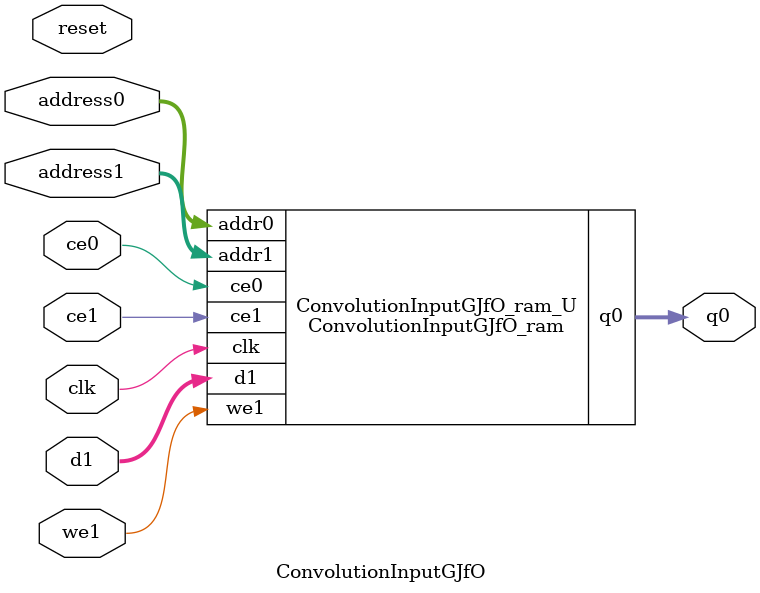
<source format=v>
`timescale 1 ns / 1 ps
module ConvolutionInputGJfO_ram (addr0, ce0, q0, addr1, ce1, d1, we1,  clk);

parameter DWIDTH = 32;
parameter AWIDTH = 5;
parameter MEM_SIZE = 24;

input[AWIDTH-1:0] addr0;
input ce0;
output reg[DWIDTH-1:0] q0;
input[AWIDTH-1:0] addr1;
input ce1;
input[DWIDTH-1:0] d1;
input we1;
input clk;

reg [DWIDTH-1:0] ram[0:MEM_SIZE-1];




always @(posedge clk)  
begin 
    if (ce0) begin
        q0 <= ram[addr0];
    end
end


always @(posedge clk)  
begin 
    if (ce1) begin
        if (we1) 
            ram[addr1] <= d1; 
    end
end


endmodule

`timescale 1 ns / 1 ps
module ConvolutionInputGJfO(
    reset,
    clk,
    address0,
    ce0,
    q0,
    address1,
    ce1,
    we1,
    d1);

parameter DataWidth = 32'd32;
parameter AddressRange = 32'd24;
parameter AddressWidth = 32'd5;
input reset;
input clk;
input[AddressWidth - 1:0] address0;
input ce0;
output[DataWidth - 1:0] q0;
input[AddressWidth - 1:0] address1;
input ce1;
input we1;
input[DataWidth - 1:0] d1;



ConvolutionInputGJfO_ram ConvolutionInputGJfO_ram_U(
    .clk( clk ),
    .addr0( address0 ),
    .ce0( ce0 ),
    .q0( q0 ),
    .addr1( address1 ),
    .ce1( ce1 ),
    .we1( we1 ),
    .d1( d1 ));

endmodule


</source>
